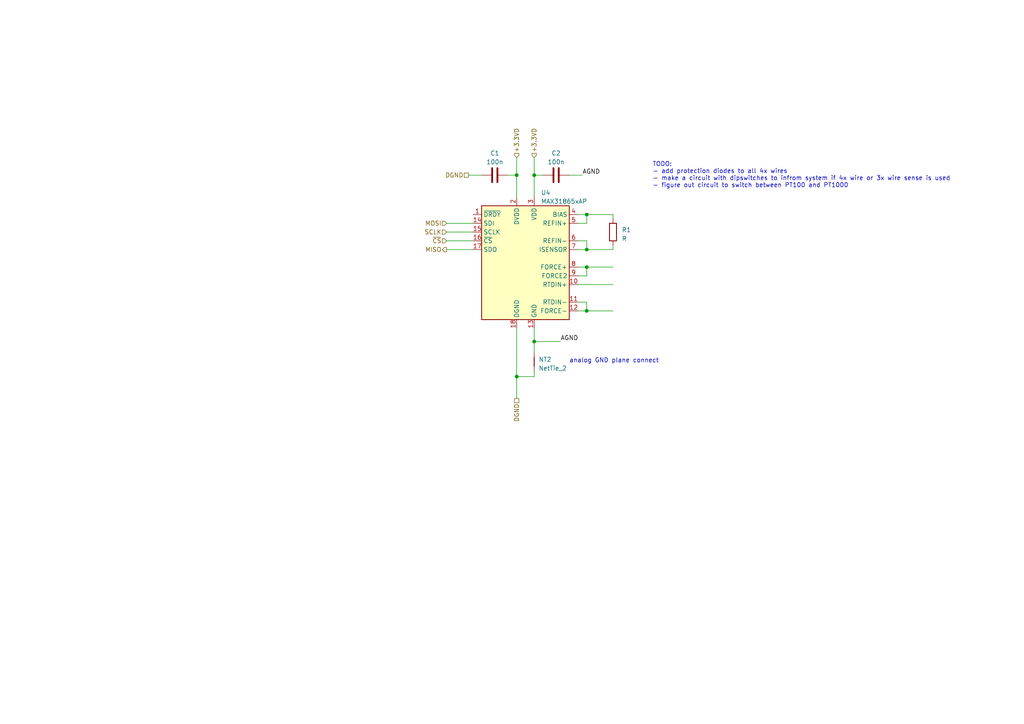
<source format=kicad_sch>
(kicad_sch (version 20230121) (generator eeschema)
  (paper "A4")
  (lib_symbols
    (symbol "Device:C" (pin_numbers hide) (pin_names (offset 0.254))
      (property "Reference" "C" (at 0.635 2.54 0))
      (property "Value" "C" (at 0.635 -2.54 0))
      (symbol "C_0_1"
        (polyline (pts (xy -2.032 -0.762) (xy 2.032 -0.762)) (stroke (width 0.508)))
        (polyline (pts (xy -2.032 0.762) (xy 2.032 0.762)) (stroke (width 0.508)))
      )
      (symbol "C_1_1"
        (pin passive line (at 0 3.81 270) (length 2.794) (name "~") (number "1"))
        (pin passive line (at 0 -3.81 90) (length 2.794) (name "~") (number "2"))
      )
    )
    (symbol "Device:NetTie_2" (pin_numbers hide) (pin_names (offset 0) hide) (in_bom no)
      (property "Reference" "NT" (at 0 1.27 0))
      (property "Value" "NetTie_2" (at 0 -1.27 0))
      (symbol "NetTie_2_0_1"
        (polyline (pts (xy -1.27 0) (xy 1.27 0)) (stroke (width 0.254)))
      )
      (symbol "NetTie_2_1_1"
        (pin passive line (at -2.54 0 0) (length 2.54) (name "1") (number "1"))
        (pin passive line (at 2.54 0 180) (length 2.54) (name "2") (number "2"))
      )
    )
    (symbol "Device:R" (pin_numbers hide) (pin_names (offset 0))
      (property "Reference" "R" (at 2.032 0 90))
      (property "Value" "R" (at 0 0 90))
      (symbol "R_0_1"
        (rectangle (start -1.016 -2.54) (end 1.016 2.54) (stroke (width 0.254)))
      )
      (symbol "R_1_1"
        (pin passive line (at 0 3.81 270) (length 1.27) (name "~") (number "1"))
        (pin passive line (at 0 -3.81 90) (length 1.27) (name "~") (number "2"))
      )
    )
    (symbol "Sensor_Temperature:MAX31865xAP"
      (property "Reference" "U" (at -11.43 19.05 0))
      (property "Value" "MAX31865xAP" (at 10.16 19.05 0))
      (symbol "MAX31865xAP_0_1"
        (rectangle (start -12.7 17.78) (end 12.7 -15.24) (stroke (width 0.254)) (fill (type background)))
      )
      (symbol "MAX31865xAP_1_1"
        (pin output line (at -15.24 15.24 0) (length 2.54) (name "~{DRDY}") (number "1"))
        (pin input line (at 15.24 -5.08 180) (length 2.54) (name "RTDIN+") (number "10"))
        (pin input line (at 15.24 -10.16 180) (length 2.54) (name "RTDIN-") (number "11"))
        (pin power_out line (at 15.24 -12.7 180) (length 2.54) (name "FORCE-") (number "12"))
        (pin power_in line (at 2.54 -17.78 90) (length 2.54) (name "GND") (number "13"))
        (pin input line (at -15.24 12.7 0) (length 2.54) (name "SDI") (number "14"))
        (pin input line (at -15.24 10.16 0) (length 2.54) (name "SCLK") (number "15"))
        (pin input line (at -15.24 7.62 0) (length 2.54) (name "~{CS}") (number "16"))
        (pin tri_state line (at -15.24 5.08 0) (length 2.54) (name "SDO") (number "17"))
        (pin power_in line (at -2.54 -17.78 90) (length 2.54) (name "DGND") (number "18"))
        (pin passive line (at 2.54 -17.78 90) (length 2.54) hide (name "GND") (number "19"))
        (pin power_in line (at -2.54 20.32 270) (length 2.54) (name "DVDD") (number "2"))
        (pin no_connect line (at -12.7 -2.54 0) (length 2.54) hide (name "NC") (number "20"))
        (pin power_in line (at 2.54 20.32 270) (length 2.54) (name "VDD") (number "3"))
        (pin power_out line (at 15.24 15.24 180) (length 2.54) (name "BIAS") (number "4"))
        (pin input line (at 15.24 12.7 180) (length 2.54) (name "REFIN+") (number "5"))
        (pin input line (at 15.24 7.62 180) (length 2.54) (name "REFIN-") (number "6"))
        (pin passive line (at 15.24 5.08 180) (length 2.54) (name "ISENSOR") (number "7"))
        (pin passive line (at 15.24 0 180) (length 2.54) (name "FORCE+") (number "8"))
        (pin input line (at 15.24 -2.54 180) (length 2.54) (name "FORCE2") (number "9"))
      )
    )
  )
  (junction (at 154.94 50.8))
  (junction (at 170.18 72.39))
  (junction (at 154.94 99.06))
  (junction (at 170.18 77.47))
  (junction (at 149.86 109.22))
  (junction (at 170.18 90.17))
  (junction (at 170.18 62.23))
  (junction (at 149.86 50.8))
  (wire (pts (xy 167.64 77.47) (xy 170.18 77.47)))
  (wire (pts (xy 154.94 99.06) (xy 162.56 99.06)))
  (wire (pts (xy 170.18 72.39) (xy 167.64 72.39)))
  (wire (pts (xy 147.32 50.8) (xy 149.86 50.8)))
  (wire (pts (xy 129.54 64.77) (xy 137.16 64.77)))
  (wire (pts (xy 154.94 109.22) (xy 149.86 109.22)))
  (wire (pts (xy 149.86 95.25) (xy 149.86 109.22)))
  (wire (pts (xy 135.89 50.8) (xy 139.7 50.8)))
  (wire (pts (xy 154.94 50.8) (xy 157.48 50.8)))
  (wire (pts (xy 177.8 71.12) (xy 177.8 72.39)))
  (wire (pts (xy 170.18 87.63) (xy 167.64 87.63)))
  (wire (pts (xy 177.8 62.23) (xy 170.18 62.23)))
  (wire (pts (xy 129.54 67.31) (xy 137.16 67.31)))
  (wire (pts (xy 167.64 64.77) (xy 170.18 64.77)))
  (wire (pts (xy 167.64 69.85) (xy 170.18 69.85)))
  (wire (pts (xy 149.86 45.72) (xy 149.86 50.8)))
  (wire (pts (xy 170.18 80.01) (xy 167.64 80.01)))
  (wire (pts (xy 154.94 50.8) (xy 154.94 57.15)))
  (wire (pts (xy 167.64 90.17) (xy 170.18 90.17)))
  (wire (pts (xy 154.94 45.72) (xy 154.94 50.8)))
  (wire (pts (xy 154.94 107.442) (xy 154.94 109.22)))
  (wire (pts (xy 170.18 90.17) (xy 177.8 90.17)))
  (wire (pts (xy 129.54 72.39) (xy 137.16 72.39)))
  (wire (pts (xy 154.94 95.25) (xy 154.94 99.06)))
  (wire (pts (xy 167.64 82.55) (xy 177.8 82.55)))
  (wire (pts (xy 129.54 69.85) (xy 137.16 69.85)))
  (wire (pts (xy 170.18 90.17) (xy 170.18 87.63)))
  (wire (pts (xy 170.18 77.47) (xy 170.18 80.01)))
  (wire (pts (xy 170.18 62.23) (xy 170.18 64.77)))
  (wire (pts (xy 149.86 50.8) (xy 149.86 57.15)))
  (wire (pts (xy 177.8 72.39) (xy 170.18 72.39)))
  (wire (pts (xy 170.18 77.47) (xy 177.8 77.47)))
  (wire (pts (xy 167.64 62.23) (xy 170.18 62.23)))
  (wire (pts (xy 168.91 50.8) (xy 165.1 50.8)))
  (wire (pts (xy 149.86 109.22) (xy 149.86 115.57)))
  (wire (pts (xy 170.18 69.85) (xy 170.18 72.39)))
  (wire (pts (xy 177.8 63.5) (xy 177.8 62.23)))
  (wire (pts (xy 154.94 99.06) (xy 154.94 102.362)))
  (text "TODO:\n- add protection diodes to all 4x wires\n- make a circuit with dipswitches to infrom system if 4x wire or 3x wire sense is used\n- figure out circuit to switch between PT100 and PT1000\n" (at 189.23 54.61 0) (effects (font (size 1.27 1.27)) (justify left bottom)))
  (text "analog GND plane connect" (at 165.1 105.41 0) (effects (font (size 1.27 1.27)) (justify left bottom)))
  (label "AGND" (at 162.56 99.06 0))
  (label "AGND" (at 168.91 50.8 0))
  (hierarchical_label "~{CS}" (shape input) (at 129.54 69.85 180))
  (hierarchical_label "MOSI" (shape input) (at 129.54 64.77 180))
  (hierarchical_label "SCLK" (shape input) (at 129.54 67.31 180))
  (hierarchical_label "DGND" (shape passive) (at 135.89 50.8 180))
  (hierarchical_label "+3.3VD" (shape input) (at 154.94 45.72 90))
  (hierarchical_label "MISO" (shape output) (at 129.54 72.39 180))
  (hierarchical_label "DGND" (shape passive) (at 149.86 115.57 270))
  (hierarchical_label "+3.3VD" (shape input) (at 149.86 45.72 90))
  (symbol (lib_id "Sensor_Temperature:MAX31865xAP") (at 152.4 77.47 0) (unit 1)
    (property "Reference" "U4" (at 156.8959 55.88 0) (effects (justify left)))
    (property "Value" "MAX31865xAP" (at 156.8959 58.42 0) (effects (justify left)))
    (property "Footprint" "Package_SO:SSOP-20_5.3x7.2mm_P0.65mm" (effects hide))
    (property "Datasheet" "https://datasheets.maximintegrated.com/en/ds/MAX31865.pdf" (effects hide))
  )
  (symbol (lib_id "Device:C") (at 143.51 50.8 270) (unit 1)
    (property "Reference" "C1" (at 143.51 44.45 90))
    (property "Value" "100n" (at 143.51 46.99 90))
    (property "Footprint" "Capacitor_SMD:C_1206_3216Metric" (effects hide))
  )
  (symbol (lib_id "Device:R") (at 177.8 67.31 0) (unit 1)
    (property "Reference" "R1" (at 180.34 66.675 0) (effects (justify left)))
    (property "Value" "R" (at 180.34 69.215 0) (effects (justify left)))
  )
  (symbol (lib_id "Device:C") (at 161.29 50.8 90) (unit 1)
    (property "Reference" "C2" (at 161.29 44.45 90))
    (property "Value" "100n" (at 161.29 46.99 90))
    (property "Footprint" "Capacitor_SMD:C_1206_3216Metric" (effects hide))
  )
  (symbol (lib_id "Device:NetTie_2") (at 154.94 104.902 90) (unit 1) (in_bom no)
    (property "Reference" "NT2" (at 156.21 104.267 90) (effects (justify right)))
    (property "Value" "NetTie_2" (at 156.21 106.807 90) (effects (justify right)))
  )
)
</source>
